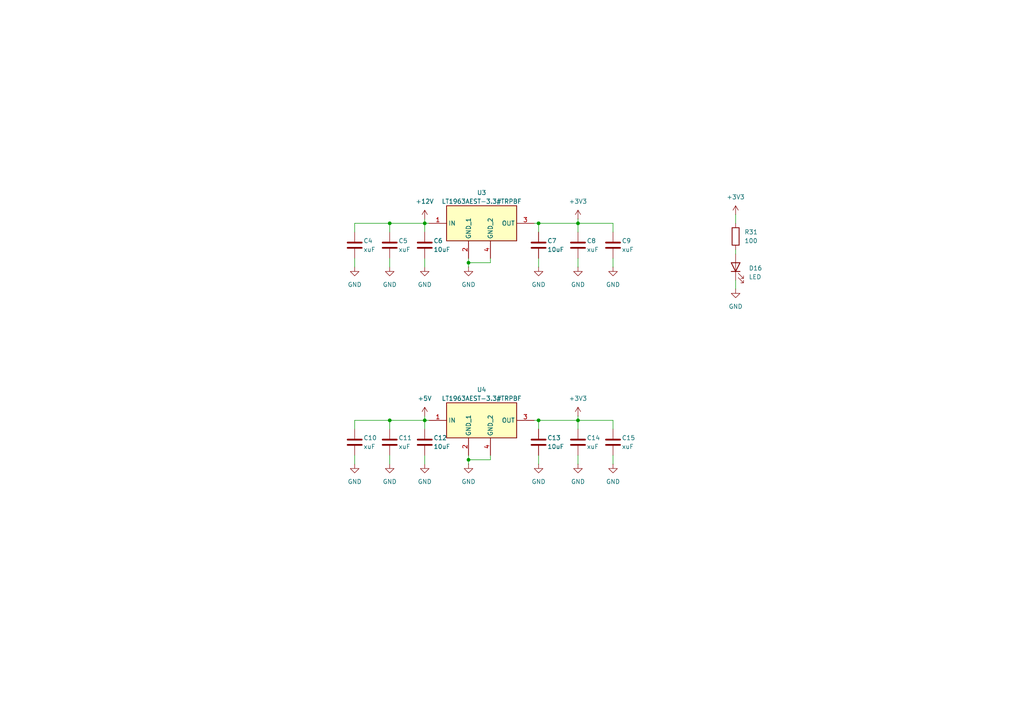
<source format=kicad_sch>
(kicad_sch (version 20250114) (generator "eeschema") (generator_version "9.0")
  (paper "A4")
  (lib_symbols
    (symbol "Device:C" (pin_numbers (hide yes)) (pin_names (offset 0.254))
      (property "Reference" "C" (at 0.635 2.54 0))
      (property "Value" "C" (at 0.635 -2.54 0))
      (symbol "C_0_1"
        (polyline (pts (xy -2.032 0.762) (xy 2.032 0.762)) (stroke (width 0.508)))
        (polyline (pts (xy -2.032 -0.762) (xy 2.032 -0.762)) (stroke (width 0.508)))
      )
      (symbol "C_1_1"
        (pin passive line (at 0 3.81 270) (length 2.794) (name "~") (number "1"))
        (pin passive line (at 0 -3.81 90) (length 2.794) (name "~") (number "2"))
      )
    )
    (symbol "Device:LED" (pin_numbers (hide yes)) (pin_names (offset 1.016) (hide yes))
      (property "Reference" "D" (at 0 2.54 0))
      (property "Value" "LED" (at 0 -2.54 0))
      (symbol "LED_0_1"
        (polyline (pts (xy -3.048 -0.762) (xy -4.572 -2.286) (xy -3.81 -2.286) (xy -4.572 -2.286) (xy -4.572 -1.524)))
        (polyline (pts (xy -1.778 -0.762) (xy -3.302 -2.286) (xy -2.54 -2.286) (xy -3.302 -2.286) (xy -3.302 -1.524)))
        (polyline (pts (xy -1.27 0) (xy 1.27 0)))
        (polyline (pts (xy -1.27 -1.27) (xy -1.27 1.27)) (stroke (width 0.254)))
        (polyline (pts (xy 1.27 -1.27) (xy 1.27 1.27) (xy -1.27 0) (xy 1.27 -1.27)) (stroke (width 0.254)))
      )
      (symbol "LED_1_1"
        (pin passive line (at -3.81 0 0) (length 2.54) (name "K") (number "1"))
        (pin passive line (at 3.81 0 180) (length 2.54) (name "A") (number "2"))
      )
    )
    (symbol "Device:R" (pin_numbers (hide yes)) (pin_names (offset 0))
      (property "Reference" "R" (at 2.032 0 90))
      (property "Value" "R" (at 0 0 90))
      (symbol "R_0_1"
        (rectangle (start -1.016 -2.54) (end 1.016 2.54) (stroke (width 0.254)))
      )
      (symbol "R_1_1"
        (pin passive line (at 0 3.81 270) (length 1.27) (name "~") (number "1"))
        (pin passive line (at 0 -3.81 90) (length 1.27) (name "~") (number "2"))
      )
    )
    (symbol "Samacsys:LT1963AEST-3.3#TRPBF"
      (property "Reference" "U" (at -0.254 4.318 0))
      (property "Value" "LT1963AEST-3.3#TRPBF" (at -0.254 2.286 0))
      (symbol "LT1963AEST-3.3#TRPBF_1_1"
        (rectangle (start 0 0) (end 20.32 -10.16) (stroke (width 0.254)) (fill (type background)))
        (pin passive line (at -5.08 -5.08 0) (length 5.08) (name "IN") (number "1"))
        (pin passive line (at 6.35 -15.24 90) (length 5.08) (name "GND_1") (number "2"))
        (pin passive line (at 12.7 -15.24 90) (length 5.08) (name "GND_2") (number "4"))
        (pin passive line (at 25.4 -5.08 180) (length 5.08) (name "OUT") (number "3"))
      )
    )
    (symbol "power:+12V" (power) (pin_numbers (hide yes)) (pin_names (offset 0) (hide yes))
      (property "Value" "+12V" (at 0 3.556 0))
      (symbol "+12V_0_1"
        (polyline (pts (xy -0.762 1.27) (xy 0 2.54)))
        (polyline (pts (xy 0 2.54) (xy 0.762 1.27)))
        (polyline (pts (xy 0 0) (xy 0 2.54)))
      )
      (symbol "+12V_1_1"
        (pin power_in line (at 0 0 90) (length 0) (name "~") (number "1"))
      )
    )
    (symbol "power:+3V3" (power) (pin_numbers (hide yes)) (pin_names (offset 0) (hide yes))
      (property "Value" "+3V3" (at 0 3.556 0))
      (symbol "+3V3_0_1"
        (polyline (pts (xy -0.762 1.27) (xy 0 2.54)))
        (polyline (pts (xy 0 2.54) (xy 0.762 1.27)))
        (polyline (pts (xy 0 0) (xy 0 2.54)))
      )
      (symbol "+3V3_1_1"
        (pin power_in line (at 0 0 90) (length 0) (name "~") (number "1"))
      )
    )
    (symbol "power:GND" (power) (pin_numbers (hide yes)) (pin_names (offset 0) (hide yes))
      (property "Value" "GND" (at 0 -3.81 0))
      (symbol "GND_0_1"
        (polyline (pts (xy 0 0) (xy 0 -1.27) (xy 1.27 -1.27) (xy 0 -2.54) (xy -1.27 -1.27) (xy 0 -1.27)))
      )
      (symbol "GND_1_1"
        (pin power_in line (at 0 0 270) (length 0) (name "~") (number "1"))
      )
    )
  )
  (junction (at 135.89 133.35))
  (junction (at 156.21 121.92))
  (junction (at 167.64 121.92))
  (junction (at 123.19 121.92))
  (junction (at 113.03 121.92))
  (junction (at 156.21 64.77))
  (junction (at 135.89 76.2))
  (junction (at 113.03 64.77))
  (junction (at 123.19 64.77))
  (junction (at 167.64 64.77))
  (wire (pts (xy 167.64 120.65) (xy 167.64 121.92)))
  (wire (pts (xy 113.03 132.08) (xy 113.03 134.62)))
  (wire (pts (xy 124.46 121.92) (xy 123.19 121.92)))
  (wire (pts (xy 213.36 64.77) (xy 213.36 62.23)))
  (wire (pts (xy 113.03 64.77) (xy 113.03 67.31)))
  (wire (pts (xy 123.19 121.92) (xy 123.19 120.65)))
  (wire (pts (xy 177.8 132.08) (xy 177.8 134.62)))
  (wire (pts (xy 102.87 67.31) (xy 102.87 64.77)))
  (wire (pts (xy 142.24 76.2) (xy 142.24 74.93)))
  (wire (pts (xy 123.19 64.77) (xy 123.19 63.5)))
  (wire (pts (xy 177.8 74.93) (xy 177.8 77.47)))
  (wire (pts (xy 213.36 81.28) (xy 213.36 83.82)))
  (wire (pts (xy 156.21 121.92) (xy 167.64 121.92)))
  (wire (pts (xy 156.21 64.77) (xy 154.94 64.77)))
  (wire (pts (xy 135.89 74.93) (xy 135.89 76.2)))
  (wire (pts (xy 156.21 121.92) (xy 156.21 124.46)))
  (wire (pts (xy 135.89 76.2) (xy 135.89 77.47)))
  (wire (pts (xy 135.89 132.08) (xy 135.89 133.35)))
  (wire (pts (xy 113.03 121.92) (xy 113.03 124.46)))
  (wire (pts (xy 142.24 133.35) (xy 142.24 132.08)))
  (wire (pts (xy 177.8 64.77) (xy 167.64 64.77)))
  (wire (pts (xy 135.89 133.35) (xy 142.24 133.35)))
  (wire (pts (xy 177.8 121.92) (xy 167.64 121.92)))
  (wire (pts (xy 135.89 133.35) (xy 135.89 134.62)))
  (wire (pts (xy 167.64 124.46) (xy 167.64 121.92)))
  (wire (pts (xy 167.64 132.08) (xy 167.64 134.62)))
  (wire (pts (xy 156.21 64.77) (xy 167.64 64.77)))
  (wire (pts (xy 102.87 132.08) (xy 102.87 134.62)))
  (wire (pts (xy 102.87 121.92) (xy 113.03 121.92)))
  (wire (pts (xy 156.21 121.92) (xy 154.94 121.92)))
  (wire (pts (xy 156.21 64.77) (xy 156.21 67.31)))
  (wire (pts (xy 102.87 64.77) (xy 113.03 64.77)))
  (wire (pts (xy 123.19 74.93) (xy 123.19 77.47)))
  (wire (pts (xy 124.46 64.77) (xy 123.19 64.77)))
  (wire (pts (xy 213.36 72.39) (xy 213.36 73.66)))
  (wire (pts (xy 113.03 121.92) (xy 123.19 121.92)))
  (wire (pts (xy 167.64 74.93) (xy 167.64 77.47)))
  (wire (pts (xy 113.03 64.77) (xy 123.19 64.77)))
  (wire (pts (xy 123.19 121.92) (xy 123.19 124.46)))
  (wire (pts (xy 167.64 67.31) (xy 167.64 64.77)))
  (wire (pts (xy 177.8 67.31) (xy 177.8 64.77)))
  (wire (pts (xy 167.64 63.5) (xy 167.64 64.77)))
  (wire (pts (xy 135.89 76.2) (xy 142.24 76.2)))
  (wire (pts (xy 102.87 74.93) (xy 102.87 77.47)))
  (wire (pts (xy 123.19 132.08) (xy 123.19 134.62)))
  (wire (pts (xy 102.87 124.46) (xy 102.87 121.92)))
  (wire (pts (xy 113.03 74.93) (xy 113.03 77.47)))
  (wire (pts (xy 156.21 132.08) (xy 156.21 134.62)))
  (wire (pts (xy 123.19 64.77) (xy 123.19 67.31)))
  (wire (pts (xy 156.21 74.93) (xy 156.21 77.47)))
  (wire (pts (xy 177.8 124.46) (xy 177.8 121.92)))
  (symbol (lib_id "Device:R") (at 213.36 68.58 0) (unit 1)
    (property "Reference" "R31" (at 215.9 67.3099 0) (effects (justify left)))
    (property "Value" "100" (at 215.9 69.8499 0) (effects (justify left)))
    (property "Footprint" "Resistor_SMD:R_0603_1608Metric" (effects (hide yes)))
    (property "Description" "Resistor" (effects (hide yes)))
  )
  (symbol (lib_id "Device:C") (at 177.8 128.27 0) (unit 1)
    (property "Reference" "C15" (at 180.34 127 0) (effects (justify left)))
    (property "Value" "xuF" (at 180.34 129.54 0) (effects (justify left)))
    (property "Footprint" "Capacitor_SMD:C_0603_1608Metric" (effects (hide yes)))
    (property "Description" "Unpolarized capacitor" (effects (hide yes)))
  )
  (symbol (lib_id "Samacsys:LT1963AEST-3.3#TRPBF") (at 129.54 116.84 0) (unit 1)
    (property "Reference" "U4" (at 139.7 113.03 0))
    (property "Value" "LT1963AEST-3.3#TRPBF" (at 139.7 115.57 0))
    (property "Footprint" "Samacsys:SOT230P700X180-4N" (effects (hide yes)))
    (property "Datasheet" "https://www.analog.com/media/en/technical-documentation/data-sheets/1963aff.pdf" (effects (hide yes)))
    (property "Description" "LDO Voltage Regulators 3.3V Fast Transient 1.5A LDO" (effects (hide yes)))
    (property "Height" "1.8" (effects (hide yes)))
    (property "Mouser Part Number" "584-1963AEST-3.3TPF" (effects (hide yes)))
    (property "Mouser Price/Stock" "https://www.mouser.co.uk/ProductDetail/Analog-Devices/LT1963AEST-3.3TRPBF?qs=ytflclh7QUV8Z8cL2h9kog%3D%3D" (effects (hide yes)))
    (property "Manufacturer_Name" "Analog Devices" (effects (hide yes)))
    (property "Manufacturer_Part_Number" "LT1963AEST-3.3#TRPBF" (effects (hide yes)))
  )
  (symbol (lib_id "Device:C") (at 123.19 71.12 0) (unit 1)
    (property "Reference" "C6" (at 125.73 69.85 0) (effects (justify left)))
    (property "Value" "10uF" (at 125.73 72.39 0) (effects (justify left)))
    (property "Footprint" "Capacitor_SMD:C_0603_1608Metric" (effects (hide yes)))
    (property "Description" "Unpolarized capacitor" (effects (hide yes)))
  )
  (symbol (lib_id "power:GND") (at 167.64 134.62 0) (unit 1)
    (property "Reference" "#PWR076" (effects (hide yes)))
    (property "Value" "GND" (at 167.64 139.7 0))
    (property "Description" "Power symbol creates a global label with name \"GND\" , ground" (effects (hide yes)))
  )
  (symbol (lib_id "power:GND") (at 213.36 83.82 0) (unit 1)
    (property "Reference" "#PWR068" (effects (hide yes)))
    (property "Value" "GND" (at 213.36 88.9 0))
    (property "Description" "Power symbol creates a global label with name \"GND\" , ground" (effects (hide yes)))
  )
  (symbol (lib_id "Device:C") (at 102.87 128.27 0) (unit 1)
    (property "Reference" "C10" (at 105.41 127 0) (effects (justify left)))
    (property "Value" "xuF" (at 105.41 129.54 0) (effects (justify left)))
    (property "Footprint" "Capacitor_THT:CP_Radial_D4.0mm_P2.00mm" (effects (hide yes)))
    (property "Description" "Unpolarized capacitor" (effects (hide yes)))
  )
  (symbol (lib_id "power:GND") (at 177.8 134.62 0) (unit 1)
    (property "Reference" "#PWR077" (effects (hide yes)))
    (property "Value" "GND" (at 177.8 139.7 0))
    (property "Description" "Power symbol creates a global label with name \"GND\" , ground" (effects (hide yes)))
  )
  (symbol (lib_id "power:+12V") (at 123.19 63.5 0) (unit 1)
    (property "Reference" "#PWR040" (effects (hide yes)))
    (property "Value" "+12V" (at 123.19 58.42 0))
    (property "Description" "Power symbol creates a global label with name \"+12V\"" (effects (hide yes)))
  )
  (symbol (lib_id "power:GND") (at 113.03 134.62 0) (unit 1)
    (property "Reference" "#PWR070" (effects (hide yes)))
    (property "Value" "GND" (at 113.03 139.7 0))
    (property "Description" "Power symbol creates a global label with name \"GND\" , ground" (effects (hide yes)))
  )
  (symbol (lib_id "Samacsys:LT1963AEST-3.3#TRPBF") (at 129.54 59.69 0) (unit 1)
    (property "Reference" "U3" (at 139.7 55.88 0))
    (property "Value" "LT1963AEST-3.3#TRPBF" (at 139.7 58.42 0))
    (property "Footprint" "Samacsys:SOT230P700X180-4N" (effects (hide yes)))
    (property "Datasheet" "https://www.analog.com/media/en/technical-documentation/data-sheets/1963aff.pdf" (effects (hide yes)))
    (property "Description" "LDO Voltage Regulators 3.3V Fast Transient 1.5A LDO" (effects (hide yes)))
    (property "Height" "1.8" (effects (hide yes)))
    (property "Mouser Part Number" "584-1963AEST-3.3TPF" (effects (hide yes)))
    (property "Mouser Price/Stock" "https://www.mouser.co.uk/ProductDetail/Analog-Devices/LT1963AEST-3.3TRPBF?qs=ytflclh7QUV8Z8cL2h9kog%3D%3D" (effects (hide yes)))
    (property "Manufacturer_Name" "Analog Devices" (effects (hide yes)))
    (property "Manufacturer_Part_Number" "LT1963AEST-3.3#TRPBF" (effects (hide yes)))
  )
  (symbol (lib_id "Device:C") (at 113.03 128.27 0) (unit 1)
    (property "Reference" "C11" (at 115.57 127 0) (effects (justify left)))
    (property "Value" "xuF" (at 115.57 129.54 0) (effects (justify left)))
    (property "Footprint" "Capacitor_SMD:C_0603_1608Metric" (effects (hide yes)))
    (property "Description" "Unpolarized capacitor" (effects (hide yes)))
  )
  (symbol (lib_id "Device:C") (at 167.64 71.12 0) (unit 1)
    (property "Reference" "C8" (at 170.18 69.85 0) (effects (justify left)))
    (property "Value" "xuF" (at 170.18 72.39 0) (effects (justify left)))
    (property "Footprint" "Capacitor_SMD:C_0603_1608Metric" (effects (hide yes)))
    (property "Description" "Unpolarized capacitor" (effects (hide yes)))
  )
  (symbol (lib_id "power:GND") (at 123.19 134.62 0) (unit 1)
    (property "Reference" "#PWR072" (effects (hide yes)))
    (property "Value" "GND" (at 123.19 139.7 0))
    (property "Description" "Power symbol creates a global label with name \"GND\" , ground" (effects (hide yes)))
  )
  (symbol (lib_id "power:GND") (at 156.21 77.47 0) (unit 1)
    (property "Reference" "#PWR044" (effects (hide yes)))
    (property "Value" "GND" (at 156.21 82.55 0))
    (property "Description" "Power symbol creates a global label with name \"GND\" , ground" (effects (hide yes)))
  )
  (symbol (lib_id "power:+12V") (at 123.19 120.65 0) (unit 1)
    (property "Reference" "#PWR071" (effects (hide yes)))
    (property "Value" "+5V" (at 123.19 115.57 0))
    (property "Description" "Power symbol creates a global label with name \"+12V\"" (effects (hide yes)))
  )
  (symbol (lib_id "Device:C") (at 123.19 128.27 0) (unit 1)
    (property "Reference" "C12" (at 125.73 127 0) (effects (justify left)))
    (property "Value" "10uF" (at 125.73 129.54 0) (effects (justify left)))
    (property "Footprint" "Capacitor_SMD:C_0603_1608Metric" (effects (hide yes)))
    (property "Description" "Unpolarized capacitor" (effects (hide yes)))
  )
  (symbol (lib_id "Device:C") (at 156.21 71.12 0) (unit 1)
    (property "Reference" "C7" (at 158.75 69.85 0) (effects (justify left)))
    (property "Value" "10uF" (at 158.75 72.39 0) (effects (justify left)))
    (property "Footprint" "Capacitor_SMD:C_0603_1608Metric" (effects (hide yes)))
    (property "Description" "Unpolarized capacitor" (effects (hide yes)))
  )
  (symbol (lib_id "power:GND") (at 167.64 77.47 0) (unit 1)
    (property "Reference" "#PWR045" (effects (hide yes)))
    (property "Value" "GND" (at 167.64 82.55 0))
    (property "Description" "Power symbol creates a global label with name \"GND\" , ground" (effects (hide yes)))
  )
  (symbol (lib_id "power:+3V3") (at 167.64 120.65 0) (unit 1)
    (property "Reference" "#PWR074" (effects (hide yes)))
    (property "Value" "+3V3" (at 167.64 115.57 0))
    (property "Description" "Power symbol creates a global label with name \"+3V3\"" (effects (hide yes)))
  )
  (symbol (lib_id "Device:C") (at 113.03 71.12 0) (unit 1)
    (property "Reference" "C5" (at 115.57 69.85 0) (effects (justify left)))
    (property "Value" "xuF" (at 115.57 72.39 0) (effects (justify left)))
    (property "Footprint" "Capacitor_SMD:C_0603_1608Metric" (effects (hide yes)))
    (property "Description" "Unpolarized capacitor" (effects (hide yes)))
  )
  (symbol (lib_id "Device:C") (at 156.21 128.27 0) (unit 1)
    (property "Reference" "C13" (at 158.75 127 0) (effects (justify left)))
    (property "Value" "10uF" (at 158.75 129.54 0) (effects (justify left)))
    (property "Footprint" "Capacitor_SMD:C_0603_1608Metric" (effects (hide yes)))
    (property "Description" "Unpolarized capacitor" (effects (hide yes)))
  )
  (symbol (lib_id "power:GND") (at 102.87 134.62 0) (unit 1)
    (property "Reference" "#PWR069" (effects (hide yes)))
    (property "Value" "GND" (at 102.87 139.7 0))
    (property "Description" "Power symbol creates a global label with name \"GND\" , ground" (effects (hide yes)))
  )
  (symbol (lib_id "power:GND") (at 135.89 134.62 0) (unit 1)
    (property "Reference" "#PWR073" (effects (hide yes)))
    (property "Value" "GND" (at 135.89 139.7 0))
    (property "Description" "Power symbol creates a global label with name \"GND\" , ground" (effects (hide yes)))
  )
  (symbol (lib_id "power:GND") (at 177.8 77.47 0) (unit 1)
    (property "Reference" "#PWR046" (effects (hide yes)))
    (property "Value" "GND" (at 177.8 82.55 0))
    (property "Description" "Power symbol creates a global label with name \"GND\" , ground" (effects (hide yes)))
  )
  (symbol (lib_id "Device:C") (at 167.64 128.27 0) (unit 1)
    (property "Reference" "C14" (at 170.18 127 0) (effects (justify left)))
    (property "Value" "xuF" (at 170.18 129.54 0) (effects (justify left)))
    (property "Footprint" "Capacitor_SMD:C_0603_1608Metric" (effects (hide yes)))
    (property "Description" "Unpolarized capacitor" (effects (hide yes)))
  )
  (symbol (lib_id "power:GND") (at 102.87 77.47 0) (unit 1)
    (property "Reference" "#PWR038" (effects (hide yes)))
    (property "Value" "GND" (at 102.87 82.55 0))
    (property "Description" "Power symbol creates a global label with name \"GND\" , ground" (effects (hide yes)))
  )
  (symbol (lib_id "Device:LED") (at 213.36 77.47 90) (unit 1)
    (property "Reference" "D16" (at 217.17 77.7874 90) (effects (justify right)))
    (property "Value" "LED" (at 217.17 80.3274 90) (effects (justify right)))
    (property "Footprint" "LED_SMD:LED_0603_1608Metric" (effects (hide yes)))
    (property "Description" "Light emitting diode" (effects (hide yes)))
    (property "Sim.Pins" "1=K 2=A" (effects (hide yes)))
  )
  (symbol (lib_id "power:GND") (at 113.03 77.47 0) (unit 1)
    (property "Reference" "#PWR039" (effects (hide yes)))
    (property "Value" "GND" (at 113.03 82.55 0))
    (property "Description" "Power symbol creates a global label with name \"GND\" , ground" (effects (hide yes)))
  )
  (symbol (lib_id "power:+3V3") (at 213.36 62.23 0) (unit 1)
    (property "Reference" "#PWR079" (effects (hide yes)))
    (property "Value" "+3V3" (at 213.36 57.15 0))
    (property "Description" "Power symbol creates a global label with name \"+3V3\"" (effects (hide yes)))
  )
  (symbol (lib_id "power:GND") (at 123.19 77.47 0) (unit 1)
    (property "Reference" "#PWR041" (effects (hide yes)))
    (property "Value" "GND" (at 123.19 82.55 0))
    (property "Description" "Power symbol creates a global label with name \"GND\" , ground" (effects (hide yes)))
  )
  (symbol (lib_id "power:GND") (at 156.21 134.62 0) (unit 1)
    (property "Reference" "#PWR075" (effects (hide yes)))
    (property "Value" "GND" (at 156.21 139.7 0))
    (property "Description" "Power symbol creates a global label with name \"GND\" , ground" (effects (hide yes)))
  )
  (symbol (lib_id "Device:C") (at 102.87 71.12 0) (unit 1)
    (property "Reference" "C4" (at 105.41 69.85 0) (effects (justify left)))
    (property "Value" "xuF" (at 105.41 72.39 0) (effects (justify left)))
    (property "Footprint" "Capacitor_THT:CP_Radial_D4.0mm_P2.00mm" (effects (hide yes)))
    (property "Description" "Unpolarized capacitor" (effects (hide yes)))
  )
  (symbol (lib_id "power:+3V3") (at 167.64 63.5 0) (unit 1)
    (property "Reference" "#PWR043" (effects (hide yes)))
    (property "Value" "+3V3" (at 167.64 58.42 0))
    (property "Description" "Power symbol creates a global label with name \"+3V3\"" (effects (hide yes)))
  )
  (symbol (lib_id "Device:C") (at 177.8 71.12 0) (unit 1)
    (property "Reference" "C9" (at 180.34 69.85 0) (effects (justify left)))
    (property "Value" "xuF" (at 180.34 72.39 0) (effects (justify left)))
    (property "Footprint" "Capacitor_THT:CP_Radial_D4.0mm_P2.00mm" (effects (hide yes)))
    (property "Description" "Unpolarized capacitor" (effects (hide yes)))
  )
  (symbol (lib_id "power:GND") (at 135.89 77.47 0) (unit 1)
    (property "Reference" "#PWR042" (effects (hide yes)))
    (property "Value" "GND" (at 135.89 82.55 0))
    (property "Description" "Power symbol creates a global label with name \"GND\" , ground" (effects (hide yes)))
  )
)
</source>
